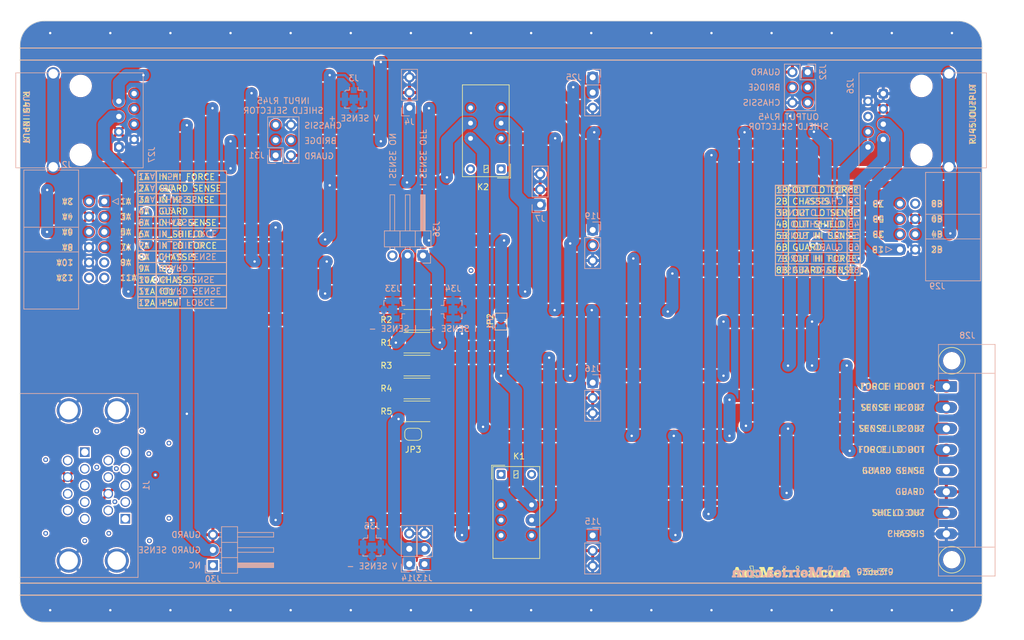
<source format=kicad_pcb>
(kicad_pcb (version 20221018) (generator pcbnew)
  (layers (0 "F.Cu" signal) (1 "In1.Cu" signal) (2 "In2.Cu" signal) (31 "B.Cu" signal) (34 "B.Paste" user) (35 "F.Paste" user) (36 "B.SilkS" user "B.Silkscreen") (37 "F.SilkS" user "F.Silkscreen") (38 "B.Mask" user) (39 "F.Mask" user) (44 "Edge.Cuts" user))
  (net 0 "")
  (net 1 "GNDPWR")
  (net 2 "/IO1")
  (net 3 "/IO2")
  (net 4 "/IO3")
  (net 5 "/IO4")
  (net 6 "/DB9-5")
  (net 7 "/DB9-6")
  (net 8 "+5V")
  (net 9 "/DB9-8")
  (net 10 "/DB9-9")
  (net 11 "/IN_HI_SENSE")
  (net 12 "/GUARD")
  (net 13 "/IN_LO_SENSE")
  (net 14 "/IN_HI_FORCE")
  (net 15 "/IN_LO_FORCE")
  (net 16 "/GUARD_SENSE")
  (net 17 "/OUT_HI_FORCE")
  (net 18 "/OUT_HI_SENSE")
  (net 19 "/OUT_LO_SENSE")
  (net 20 "/OUT_LO_FORCE")
  (net 21 "/OUT_SHIELD")
  (net 23 "/IN_SHIELD")
  (net 24 "Net-(J31-Pin_4)")
  (net 25 "Net-(JP1-A)")
  (net 26 "Net-(JP2-A)")
  (net 27 "Net-(J34-In)")
  (footprint "custom_footprints:site_small" (layer "F.Cu") (at 187.23 138.6)
    (fp_text reference "LOGO1" hide)
    (fp_text value "Logo_Open_Hardware_Small" hide)
  )
  (footprint "Resistor_SMD:R_2512_6332Metric_Pad1.40x3.35mm_HandSolder" (layer "F.Cu") (at 125 104.31)
    (fp_text reference "R3")
    (fp_text value "5R")
  )
  (footprint "Jumper:SolderJumper-2_P1.3mm_Open_TrianglePad1.0x1.5mm" (layer "F.Cu") (at 139 97 90)
    (fp_text reference "JP2")
    (fp_text value "Jumper_2_Open")
  )
  (footprint "custom_footprints:Relay_DPDT_Kemet_EC2" (layer "F.Cu") (at 139 71.6 180)
    (fp_text reference "K2")
    (fp_text value "EC2-5NU")
  )
  (footprint "custom_footprints:Relay_DPDT_Kemet_EC2" (layer "F.Cu") (at 139 122.4)
    (fp_text reference "K1")
    (fp_text value "EC2-5NU")
  )
  (footprint "Resistor_SMD:R_2512_6332Metric_Pad1.40x3.35mm_HandSolder" (layer "F.Cu") (at 125 111.93)
    (fp_text reference "R5")
    (fp_text value "5R")
  )
  (footprint "Resistor_SMD:R_2512_6332Metric_Pad1.40x3.35mm_HandSolder" (layer "F.Cu") (at 125 108.12)
    (fp_text reference "R4")
    (fp_text value "5R")
  )
  (footprint "Jumper:SolderJumper-2_P1.3mm_Open_RoundedPad1.0x1.5mm" (layer "F.Cu") (at 124.38 115.74)
    (fp_text reference "JP3")
    (fp_text value "Jumper_2_Open")
  )
  (footprint "Resistor_SMD:R_2512_6332Metric_Pad1.40x3.35mm_HandSolder" (layer "F.Cu") (at 125 100.5)
    (fp_text reference "R1")
    (fp_text value "5R")
  )
  (footprint "Resistor_SMD:R_2512_6332Metric_Pad1.40x3.35mm_HandSolder" (layer "F.Cu") (at 125 96.69)
    (fp_text reference "R2")
    (fp_text value "5R")
  )
  (footprint "Connector_PinHeader_2.54mm:PinHeader_2x03_P2.54mm_Vertical" (layer "B.Cu") (at 101.510009 69.345)
    (fp_text reference "J31")
    (fp_text value "Conn_02x03_Odd_Even")
  )
  (footprint "Connector_Coaxial:U.FL_Molex_MCRF_73412-0110_Vertical" (layer "B.Cu") (at 114.5 60)
    (fp_text reference "J3")
    (fp_text value "Conn_Coaxial")
  )
  (footprint "Connector_PinHeader_2.54mm:PinHeader_1x03_P2.54mm_Vertical" (layer "B.Cu") (at 154.24 132.56 180)
    (fp_text reference "J15")
    (fp_text value "Conn_Triaxial")
  )
  (footprint "Connector_PinHeader_2.54mm:PinHeader_1x03_P2.54mm_Vertical" (layer "B.Cu") (at 154.24 107.16 180)
    (fp_text reference "J16")
    (fp_text value "Conn_Triaxial")
  )
  (footprint "Connector_Coaxial:U.FL_Molex_MCRF_73412-0110_Vertical" (layer "B.Cu") (at 121 95 -90)
    (fp_text reference "J33")
    (fp_text value "Conn_Coaxial")
  )
  (footprint "custom_footprints:RJ45_WURTH_61500814221" (layer "B.Cu") (at 206 63.517)
    (fp_text reference "J26")
    (fp_text value "RJ45_Shielded")
  )
  (footprint "Jumper:SolderJumper-2_P1.3mm_Open_TrianglePad1.0x1.5mm" (layer "B.Cu") (at 139 97 -90)
    (fp_text reference "JP1")
    (fp_text value "Jumper_2_Open")
  )
  (footprint "Connector_PinHeader_2.54mm:PinHeader_1x03_P2.54mm_Vertical" (layer "B.Cu") (at 123.73 137.33)
    (fp_text reference "J14")
    (fp_text value "Conn_Triaxial")
  )
  (footprint "Connector_IDC:IDC-Header_2x06_P2.54mm_Horizontal" (layer "B.Cu") (at 73 77 180)
    (fp_text reference "J2")
    (fp_text value "Conn_02x06_Odd_Even")
  )
  (footprint "Connector_IDC:IDC-Header_2x04_P2.54mm_Horizontal" (layer "B.Cu") (at 205.35 85)
    (fp_text reference "J29")
    (fp_text value "Conn_02x04_Odd_Even")
  )
  (footprint "custom_footprints:site_small" (layer "B.Cu") (at 187.23 138.6 180)
    (fp_text reference "LOGO2" hide)
    (fp_text value "Logo_Open_Hardware_Small" hide)
  )
  (footprint "Connector_PinHeader_2.54mm:PinHeader_2x03_P2.54mm_Vertical" (layer "B.Cu") (at 190 55.5 180)
    (fp_text reference "J32")
    (fp_text value "Conn_02x03_Odd_Even")
  )
  (footprint "Connector_PinHeader_2.54mm:PinHeader_1x03_P2.54mm_Horizontal" (layer "B.Cu") (at 126 86 90)
    (fp_text reference "J36")
    (fp_text value "Conn_01x03")
  )
  (footprint "Connector_PinHeader_2.54mm:PinHeader_1x03_P2.54mm_Vertical" (layer "B.Cu") (at 145.5 77.54)
    (fp_text reference "J7")
    (fp_text value "Conn_Triaxial")
  )
  (footprint "Connector_Phoenix_MC:PhoenixContact_MC_1,5_8-GF-3.5_1x08_P3.50mm_Horizontal_ThreadedFlange_MountHole" (layer "B.Cu") (at 213.0675 107.805 -90)
    (fp_text reference "J28")
    (fp_text value "Conn_01x08")
  )
  (footprint "Connector_Coaxial:U.FL_Molex_MCRF_73412-0110_Vertical" (layer "B.Cu") (at 117.525 134.5)
    (fp_text reference "J35")
    (fp_text value "Conn_Coaxial")
  )
  (footprint "Connector_PinHeader_2.54mm:PinHeader_1x03_P2.54mm_Horizontal" (layer "B.Cu") (at 91.07 137.525)
    (fp_text reference "J30")
    (fp_text value "Conn_01x03")
  )
  (footprint "Connector_Coaxial:U.FL_Molex_MCRF_73412-0110_Vertical" (layer "B.Cu") (at 131 95 90)
    (fp_text reference "J34")
    (fp_text value "Conn_Coaxial")
  )
  (footprint "Connector_PinHeader_2.54mm:PinHeader_1x03_P2.54mm_Vertical" (layer "B.Cu") (at 154.24 81.76 180)
    (fp_text reference "J19")
    (fp_text value "Conn_Triaxial")
  )
  (footprint "Connector_PinHeader_2.54mm:PinHeader_1x03_P2.54mm_Vertical" (layer "B.Cu") (at 123.76 61.44)
    (fp_text reference "J4")
    (fp_text value "Conn_Triaxial")
  )
  (footprint "custom_footprints:DSUB-9_Male_Female_Vertical_Stack_P2.77x2.84mm_MountingHoles" (layer "B.Cu") (at 75.08 124.25 90)
    (fp_text reference "J1")
    (fp_text value "DB9_Male_Female_Stack_MountingHoles")
    (fp_line (start 15.29 -16.08) (end -15.29 -16.08) (stroke (width 0.12)) (layer "Edge.Cuts"))
  )
  (footprint "Connector_PinHeader_2.54mm:PinHeader_1x03_P2.54mm_Vertical" (layer "B.Cu") (at 154.24 56.36 180)
    (fp_text reference "J25")
    (fp_text value "Conn_Triaxial")
  )
  (footprint "custom_footprints:RJ45_WURTH_61500814221" (layer "B.Cu") (at 72 63.51192 180)
    (fp_text reference "J27")
    (fp_text value "RJ45_Shielded")
  )
  (footprint "Connector_PinHeader_2.54mm:PinHeader_1x03_P2.54mm_Vertical" (layer "B.Cu") (at 126.27 137.33)
    (fp_text reference "J13")
    (fp_text value "Conn_Triaxial")
  )
  (gr_line (start 219 140.5) (end 59 140.5) (stroke (width 0.15)) (layer "B.SilkS"))
  (gr_line (start 78.588 79.54) (end 93.32 79.54) (stroke (width 0.15)) (layer "B.SilkS"))
  (gr_line (start 93.32 85.255) (end 78.588 85.255) (stroke (width 0.15)) (layer "B.SilkS"))
  (gr_line (start 184.633 87.414) (end 198.73 87.414) (stroke (width 0.15)) (layer "B.SilkS"))
  (gr_line (start 184.633 83.604) (end 198.73 83.604) (stroke (width 0.15)) (layer "B.SilkS"))
  (gr_line (start 219 51.5) (end 59 51.5) (stroke (width 0.15)) (layer "B.SilkS"))
  (gr_rect (start 196.571 89.319) (end 198.73 74.333) (stroke (width 0.15)) (fill none) (layer "B.SilkS"))
  (gr_line (start 184.633 79.794) (end 198.73 79.794) (stroke (width 0.15)) (layer "B.SilkS"))
  (gr_rect (start 81.636 94.78) (end 93.32 71.92) (stroke (width 0.15)) (fill none) (layer "B.SilkS"))
  (gr_line (start 184.633 85.509) (end 198.73 85.509) (stroke (width 0.15)) (layer "B.SilkS"))
  (gr_line (start 59 53.5) (end 219 53.5) (stroke (width 0.15)) (layer "B.SilkS"))
  (gr_line (start 93.32 87.16) (end 78.588 87.16) (stroke (width 0.15)) (layer "B.SilkS"))
  (gr_line (start 93.32 73.825) (end 78.588 73.825) (stroke (width 0.15)) (layer "B.SilkS"))
  (gr_line (start 184.633 81.699) (end 198.73 81.699) (stroke (width 0.15)) (layer "B.SilkS"))
  (gr_line (start 78.588 75.73) (end 93.32 75.73) (stroke (width 0.15)) (layer "B.SilkS"))
  (gr_line (start 93.32 81.445) (end 78.588 81.445) (stroke (width 0.15)) (layer "B.SilkS"))
  (gr_line (start 59 142.5) (end 219 142.5) (stroke (width 0.15)) (layer "B.SilkS"))
  (gr_line (start 93.32 89.065) (end 78.588 89.065) (stroke (width 0.15)) (layer "B.SilkS"))
  (gr_line (start 184.633 77.889) (end 198.73 77.889) (stroke (width 0.15)) (layer "B.SilkS"))
  (gr_line (start 93.32 92.875) (end 78.588 92.875) (stroke (width 0.15)) (layer "B.SilkS"))
  (gr_line (start 184.633 75.984) (end 198.73 75.984) (stroke (width 0.15)) (layer "B.SilkS"))
  (gr_line (start 93.32 83.35) (end 78.588 83.35) (stroke (width 0.15)) (layer "B.SilkS"))
  (gr_line (start 93.32 77.635) (end 78.588 77.635) (stroke (width 0.15)) (layer "B.SilkS"))
  (gr_rect (start 78.588 94.78) (end 81.636 71.92) (stroke (width 0.15)) (fill none) (layer "B.SilkS"))
  (gr_line (start 93.32 90.97) (end 78.588 90.97) (stroke (width 0.15)) (layer "B.SilkS"))
  (gr_rect (start 184.633 89.319) (end 196.571 74.333) (stroke (width 0.15)) (fill none) (layer "B.SilkS"))
  (gr_line (start 78.588 83.35) (end 93.32 83.35) (stroke (width 0.15)) (layer "F.SilkS"))
  (gr_rect (start 78.588 94.78) (end 81.636 71.92) (stroke (width 0.15)) (fill none) (layer "F.SilkS"))
  (gr_line (start 78.588 75.73) (end 93.32 75.73) (stroke (width 0.15)) (layer "F.SilkS"))
  (gr_line (start 184.633 83.604) (end 198.73 83.604) (stroke (width 0.15)) (layer "F.SilkS"))
  (gr_line (start 184.633 87.414) (end 198.73 87.414) (stroke (width 0.15)) (layer "F.SilkS"))
  (gr_line (start 93.32 90.97) (end 78.588 90.97) (stroke (width 0.15)) (layer "F.SilkS"))
  (gr_rect (start 81.636 94.78) (end 93.32 71.92) (stroke (width 0.15)) (fill none) (layer "F.SilkS"))
  (gr_line (start 93.32 87.16) (end 78.588 87.16) (stroke (width 0.15)) (layer "F.SilkS"))
  (gr_line (start 219 51.5) (end 59 51.5) (stroke (width 0.15)) (layer "F.SilkS"))
  (gr_rect (start 184.633 89.319) (end 186.792 74.333) (stroke (width 0.15)) (fill none) (layer "F.SilkS"))
  (gr_rect (start 186.792 89.319) (end 198.73 74.333) (stroke (width 0.15)) (fill none) (layer "F.SilkS"))
  (gr_line (start 78.588 92.875) (end 93.32 92.875) (stroke (width 0.15)) (layer "F.SilkS"))
  (gr_line (start 184.633 75.984) (end 198.73 75.984) (stroke (width 0.15)) (layer "F.SilkS"))
  (gr_line (start 78.588 79.54) (end 93.32 79.54) (stroke (width 0.15)) (layer "F.SilkS"))
  (gr_line (start 59 142.5) (end 219 142.5) (stroke (width 0.15)) (layer "F.SilkS"))
  (gr_line (start 78.588 85.255) (end 93.32 85.255) (stroke (width 0.15)) (layer "F.SilkS"))
  (gr_line (start 59 53.5) (end 219 53.5) (stroke (width 0.15)) (layer "F.SilkS"))
  (gr_line (start 78.588 81.445) (end 93.32 81.445) (stroke (width 0.15)) (layer "F.SilkS"))
  (gr_line (start 184.633 79.794) (end 198.73 79.794) (stroke (width 0.15)) (layer "F.SilkS"))
  (gr_line (start 184.633 81.699) (end 198.73 81.699) (stroke (width 0.15)) (layer "F.SilkS"))
  (gr_line (start 184.633 85.509) (end 198.73 85.509) (stroke (width 0.15)) (layer "F.SilkS"))
  (gr_line (start 184.633 77.889) (end 198.73 77.889) (stroke (width 0.15)) (layer "F.SilkS"))
  (gr_line (start 219 140.5) (end 59 140.5) (stroke (width 0.15)) (layer "F.SilkS"))
  (gr_line (start 78.588 89.065) (end 93.32 89.065) (stroke (width 0.15)) (layer "F.SilkS"))
  (gr_line (start 78.588 73.825) (end 93.32 73.825) (stroke (width 0.15)) (layer "F.SilkS"))
  (gr_line (start 78.588 77.635) (end 93.32 77.635) (stroke (width 0.15)) (layer "F.SilkS"))
  (gr_line (start 215 47) (end 63 47) (stroke (width 0.1)) (layer "Edge.Cuts"))
  (gr_line (start 59 139.54) (end 59 143) (stroke (width 0.1)) (layer "Edge.Cuts"))
  (gr_line (start 219 143) (end 219 51) (stroke (width 0.1)) (layer "Edge.Cuts"))
  (gr_arc (start 59 51) (mid 60.171573 48.171573) (end 63 47) (stroke (width 0.1)) (layer "Edge.Cuts"))
  (gr_arc (start 215 47) (mid 217.828427 48.171573) (end 219 51) (stroke (width 0.1)) (layer "Edge.Cuts"))
  (gr_line (start 63 147) (end 215 147) (stroke (width 0.1)) (layer "Edge.Cuts"))
  (gr_line (start 59 51) (end 59 108.96) (stroke (width 0.1)) (layer "Edge.Cuts"))
  (gr_arc (start 63 147) (mid 60.171573 145.828427) (end 59 143) (stroke (width 0.1)) (layer "Edge.Cuts"))
  (gr_arc (start 219 143) (mid 217.828427 145.828427) (end 215 147) (stroke (width 0.1)) (layer "Edge.Cuts"))
  (gr_text "6A" (at 67.92 82.08) (layer "B.SilkS") (effects (font (size 1 1)) (justify left mirror)))
  (gr_text "SENSE HI OUT" (at 209.5675 111.305) (layer "B.SilkS") (effects (font (size 1 1)) (justify left mirror)))
  (gr_text "1A" (at 75.54 77 180) (layer "B.SilkS") (effects (font (size 1 1)) (justify left mirror)))
  (gr_text "RJ45 INPUT" (at 60 63 -90) (layer "B.SilkS") (effects (font (size 1 1)) (justify mirror)))
  (gr_text "3A  IN HI SENSE" (at 78.588 89.954 180) (layer "B.SilkS") (effects (font (size 1 1)) (justify left mirror)))
  (gr_text "7B" (at 202.81 77.38) (layer "B.SilkS") (effects (font (size 1 1)) (justify left mirror)))
  (gr_text "10A" (at 67.92 87.16) (layer "B.SilkS") (effects (font (size 1 1)) (justify left mirror)))
  (gr_text "9A" (at 75.54 87.16 180) (layer "B.SilkS") (effects (font (size 1 1)) (justify left mirror)))
  (gr_text "1A  IN HI FORCE" (at 78.588 93.764 180) (layer "B.SilkS") (effects (font (size 1 1)) (justify left mirror)))
  (gr_text "CHASSIS" (at 209.5675 132.305) (layer "B.SilkS") (effects (font (size 1 1)) (justify left mirror)))
  (gr_text "BRIDGE" (at 185.555 58.04) (layer "B.SilkS") (effects (font (size 1 1)) (justify left mirror)))
  (gr_text "BRIDGE" (at 106.18 66.93) (layer "B.SilkS") (effects (font (size 1 1)) (justify right mirror)))
  (gr_text "RJ45 OUTPUT" (at 217.467 62.5 90) (layer "B.SilkS") (effects (font (size 1 1)) (justify mirror)))
  (gr_text "V SENSE +" (at 114.5 63.175) (layer "B.SilkS") (effects (font (size 1 1)) (justify mirror)))
  (gr_text "2A" (at 67.92 77) (layer "B.SilkS") (effects (font (size 1 1)) (justify left mirror)))
  (gr_text "GUARD" (at 106.18 69.47) (layer "B.SilkS") (effects (font (size 1 1)) (justify right mirror)))
  (gr_text "6A  IN_SHIELD" (at 78.588 84.239 180) (layer "B.SilkS") (effects (font (size 1 1)) (justify left mirror)))
  (gr_text "10A CHASSIS" (at 78.588 76.619 180) (layer "B.SilkS") (effects (font (size 1 1)) (justify left mirror)))
  (gr_text "3B OUT LO SENSE" (at 198.73 78.905) (layer "B.SilkS") (effects (font (size 1 1)) (justify left mirror)))
  (gr_text "9A  IO2" (at 78.588 78.524 180) (layer "B.SilkS") (effects (font (size 1 1)) (justify left mirror)))
  (gr_text "6B GUARD" (at 198.73 84.62) (layer "B.SilkS") (effects (font (size 1 1)) (justify left mirror)))
  (gr_text "8A  CHASSIS" (at 78.588 80.429 180) (layer "B.SilkS") (effects (font (size 1 1)) (justify left mirror)))
  (gr_text "SENSE LO OUT" (at 209.5675 114.805) (layer "B.SilkS") (effects (font (size 1 1)) (justify left mirror)))
  (gr_text "4B" (at 210.43 82.46 180) (layer "B.SilkS") (effects (font (size 1 1)) (justify left mirror)))
  (gr_text "INPUT RJ45\nSHIELD SELECTOR" (at 102.780009 61.09) (layer "B.SilkS") (effects (font (size 1 1)) (justify mirror)))
  (gr_text "SHIELD OUT" (at 209.5675 128.805) (layer "B.SilkS") (effects (font (size 1 1)) (justify left mirror)))
  (gr_text "4A  GUARD" (at 78.588 88.049 180) (layer "B.SilkS") (effects (font (size 1 1)) (justify left mirror)))
  (gr_text "I SENSE ON" (at 120.92 74.57 270) (layer "B.SilkS") (effects (font (size 1 1)) (justify left mirror)))
  (gr_text "1B OUT LO FORCE" (at 198.73 75.095) (layer "B.SilkS") (effects (font (size 1 1)) (justify left mirror)))
  (gr_text "FORCE LO OUT" (at 209.5675 118.305) (layer "B.SilkS") (effects (font (size 1 1)) (justify left mirror)))
  (gr_text "CHASSIS" (at 185.555 60.58) (layer "B.SilkS") (effects (font (size 1 1)) (justify left mirror)))
  (gr_text "5B OUT HI SENSE" (at 198.73 82.715) (layer "B.SilkS") (effects (font (size 1 1)) (justify left mirror)))
  (gr_text "3A" (at 75.54 79.54 180) (layer "B.SilkS") (effects (font (size 1 1)) (justify left mirror)))
  (gr_text "3B" (at 202.81 82.46) (layer "B.SilkS") (effects (font (size 1 1)) (justify left mirror)))
  (gr_text "GUARD" (at 209.5675 125.305) (layer "B.SilkS") (effects (font (size 1 1)) (justify left mirror)))
  (gr_text "12A +5V" (at 78.588 72.809 180) (layer "B.SilkS") (effects (font (size 1 1)) (justify left mirror)))
  (gr_text "11A" (at 75.54 89.7 180) (layer "B.SilkS") (effects (font (size 1 1)) (justify left mirror)))
  (gr_text "OUTPUT RJ45\nSHIELD SELECTOR" (at 186.825 63.755) (layer "B.SilkS") (effects (font (size 1 1)) (justify mirror)))
  (gr_text "2B" (at 210.43 85 180) (layer "B.SilkS") (effects (font (size 1 1)) (justify left mirror)))
  (gr_text "7B OUT HI FORCE" (at 198.73 86.525) (layer "B.SilkS") (effects (font (size 1 1)) (justify left mirror)))
  (gr_text "6B" (at 210.43 79.92 180) (layer "B.SilkS") (effects (font (size 1 1)) (justify left mirror)))
  (gr_text "8A" (at 67.92 84.62) (layer "B.SilkS") (effects (font (size 1 1)) (justify left mirror)))
  (gr_text "GUARD" (at 185.555 55.5) (layer "B.SilkS") (effects (font (size 1 1)) (justify left mirror)))
  (gr_text "8B GUARD SENSE" (at 198.73 88.43) (layer "B.SilkS") (effects (font (size 1 1)) (justify left mirror)))
  (gr_text "1B" (at 202.73 85) (layer "B.SilkS") (effects (font (size 1 1)) (justify left mirror)))
  (gr_text "7A  IN LO FORCE" (at 78.588 82.334 180) (layer "B.SilkS") (effects (font (size 1 1)) (justify left mirror)))
  (gr_text "I SENSE OFF" (at 126 74.57 270) (layer "B.SilkS") (effects (font (size 1 1)) (justify left mirror)))
  (gr_text "CHASSIS" (at 106.18 64.39) (layer "B.SilkS") (effects (font (size 1 1)) (justify right mirror)))
  (gr_text "5A  IN LO SENSE" (at 78.588 86.144 180) (layer "B.SilkS") (effects (font (size 1 1)) (justify left mirror)))
  (gr_text "V SENSE -" (at 117.525 137.675) (layer "B.SilkS") (effects (font (size 1 1)) (justify mirror)))
  (gr_text "4B OUT SHIELD" (at 198.73 80.81) (layer "B.SilkS") (effects (font (size 1 1)) (justify left mirror)))
  (gr_text "NC" (at 89.165 137.54) (layer "B.SilkS") (effects (font (size 1 1)) (justify left mirror)))
  (gr_text "2B CHASSIS" (at 198.73 77) (layer "B.SilkS") (effects (font (size 1 1)) (justify left mirror)))
  (gr_text "GUARD SENSE" (at 89.165 135) (layer "B.SilkS") (effects (font (size 1 1)) (justify left mirror)))
  (gr_text "11A IO1" (at 78.588 74.714 180) (layer "B.SilkS") (effects (font (size 1 1)) (justify left mirror)))
  (gr_text "GUARD" (at 89.165 132.46) (layer "B.SilkS") (effects (font (size 1 1)) (justify left mirror)))
  (gr_text "4A" (at 67.92 79.54) (layer "B.SilkS") (effects (font (size 1 1)) (justify left mirror)))
  (gr_text "12A" (at 67.92 89.7) (layer "B.SilkS") (effects (font (size 1 1)) (justify left mirror)))
  (gr_text "8B" (at 210.43 77.38 180) (layer "B.SilkS") (effects (font (size 1 1)) (justify left mirror)))
  (gr_text "93de3f9" (at 201.2 138.6) (layer "B.SilkS") (effects (font (size 1 1)) (justify mirror)))
  (gr_text "5A" (at 75.54 82.08 180) (layer "B.SilkS") (effects (font (size 1 1)) (justify left mirror)))
  (gr_text "I SENSE +" (at 131 98.175) (layer "B.SilkS") (effects (font (size 1 1)) (justify mirror)))
  (gr_text "FORCE HI OUT" (at 209.5675 107.805) (layer "B.SilkS") (effects (font (size 1 1)) (justify left mirror)))
  (gr_text "I SENSE -" (at 121 98.175) (layer "B.SilkS") (effects (font (size 1 1)) (justify mirror)))
  (gr_text "2A  GUARD SENSE" (at 78.588 91.859 180) (layer "B.SilkS") (effects (font (size 1 1)) (justify left mirror)))
  (gr_text "5B" (at 202.81 79.92) (layer "B.SilkS") (effects (font (size 1 1)) (justify left mirror)))
  (gr_text "GUARD SENSE" (at 209.5675 121.805) (layer "B.SilkS") (effects (font (size 1 1)) (justify left mirror)))
  (gr_text "7A" (at 75.54 84.62 180) (layer "B.SilkS") (effects (font (size 1 1)) (justify left mirror)))
  (gr_text "6B GUARD" (at 184.633 84.62) (layer "F.SilkS") (effects (font (size 1 1)) (justify left)))
  (gr_text "CHASSIS" (at 209.5675 132.305) (layer "F.SilkS") (effects (font (size 1 1)) (justify right)))
  (gr_text "6A  IN_SHIELD" (at 78.588 82.461) (layer "F.SilkS") (effects (font (size 1 1)) (justify left)))
  (gr_text "7B OUT HI FORCE" (at 184.633 86.525) (layer "F.SilkS") (effects (font (size 1 1)) (justify left)))
  (gr_text "9A" (at 75.54 87.16) (layer "F.SilkS") (effects (font (size 1 1)) (justify left)))
  (gr_text "1B OUT LO FORCE" (at 184.633 75.095) (layer "F.SilkS") (effects (font (size 1 1)) (justify left)))
  (gr_text "2A" (at 67.92 77 180) (layer "F.SilkS") (effects (font (size 1 1)) (justify left)))
  (gr_text "11A IO1" (at 78.588 91.986) (layer "F.SilkS") (effects (font (size 1 1)) (justify left)))
  (gr_text "3B" (at 202.81 82.46 180) (layer "F.SilkS") (effects (font (size 1 1)) (justify left)))
  (gr_text "10A CHASSIS" (at 78.588 90.081) (layer "F.SilkS") (effects (font (size 1 1)) (justify left)))
  (gr_text "10A" (at 67.92 87.16 180) (layer "F.SilkS") (effects (font (size 1 1)) (justify left)))
  (gr_text "4A  GUARD" (at 78.588 78.651) (layer "F.SilkS") (effects (font (size 1 1)) (justify left)))
  (gr_text "12A +5V" (at 78.588 93.891) (layer "F.SilkS") (effects (font (size 1 1)) (justify left)))
  (gr_text "SHIELD OUT" (at 209.5675 128.805) (layer "F.SilkS") (effects (font (size 1 1)) (justify right)))
  (gr_text "GUARD" (at 209.5675 125.305) (layer "F.SilkS") (effects (font (size 1 1)) (justify right)))
  (gr_text "3B OUT LO SENSE" (at 184.633 78.905) (layer "F.SilkS") (effects (font (size 1 1)) (justify left)))
  (gr_text "RJ45 OUTPUT" (at 217.467 62.5 90) (layer "F.SilkS") (effects (font (size 1 1))))
  (gr_text "5A  IN LO SENSE" (at 78.588 80.556) (layer "F.SilkS") (effects (font (size 1 1)) (justify left)))
  (gr_text "8B GUARD SENSE" (at 184.633 88.43) (layer "F.SilkS") (effects (font (size 1 1)) (justify left)))
  (gr_text "8A  CHASSIS" (at 78.588 86.271) (layer "F.SilkS") (effects (font (size 1 1)) (justify left)))
  (gr_text "7A" (at 75.54 84.62) (layer "F.SilkS") (effects (font (size 1 1)) (justify left)))
  (gr_text "3A" (at 75.54 79.54) (layer "F.SilkS") (effects (font (size 1 1)) (justify left)))
  (gr_text "8A" (at 67.92 84.62 180) (layer "F.SilkS") (effects (font (size 1 1)) (justify left)))
  (gr_text "RJ45 INPUT" (at 60 63 270) (layer "F.SilkS") (effects (font (size 1 1))))
  (gr_text "SENSE LO OUT" (at 209.5675 114.805) (layer "F.SilkS") (effects (font (size 1 1)) (justify right)))
  (gr_text "8B" (at 210.43 77.38) (layer "F.SilkS") (effects (font (size 1 1)) (justify left)))
  (gr_text "1A  IN HI FORCE" (at 78.588 72.936) (layer "F.SilkS") (effects (font (size 1 1)) (justify left)))
  (gr_text "5B" (at 202.828054 79.92 180) (layer "F.SilkS") (effects (font (size 1 1)) (justify left)))
  (gr_text "5B OUT HI SENSE" (at 184.633 82.715) (layer "F.SilkS") (effects (font (size 1 1)) (justify left)))
  (gr_text "2B" (at 210.43 85) (layer "F.SilkS") (effects (font (size 1 1)) (justify left)))
  (gr_text "6B" (at 210.43 79.92) (layer "F.SilkS") (effects (font (size 1 1)) (justify left)))
  (gr_text "4B" (at 210.43 82.46) (layer "F.SilkS") (effects (font (size 1 1)) (justify left)))
  (gr_text "93de3f9" (at 201.2 138.65) (layer "F.SilkS") (effects (font (size 1 1))))
  (gr_text "6A" (at 67.92 82.08 180) (layer "F.SilkS") (effects (font (size 1 1)) (justify left)))
  (gr_text "7A  IN LO FORCE" (at 78.588 84.366) (layer "F.SilkS") (effects (font (size 1 1)) (justify left)))
  (gr_text "FORCE HI OUT" (at 209.5675 107.805) (layer "F.SilkS") (effects (font (size 1 1)) (justify right)))
  (gr_text "9A  IO2" (at 78.588 88.176) (layer "F.SilkS") (effects (font (size 1 1)) (justify left)))
  (gr_text "11A" (at 75.54 89.7) (layer "F.SilkS") (effects (font (size 1 1)) (justify left)))
  (gr_text "1B" (at 202.73 85 180) (layer "F.SilkS") (effects (font (size 1 1)) (justify left)))
  (gr_text "3A  IN HI SENSE" (at 78.588 76.746) (layer "F.SilkS") (effects (font (size 1 1)) (justify left)))
  (gr_text "4A" (at 67.92 79.54 180) (layer "F.SilkS") (effects (font (size 1 1)) (justify left)))
  (gr_text "4B OUT SHIELD" (at 184.633 80.81) (layer "F.SilkS") (effects (font (size 1 1)) (justify left)))
  (gr_text "SENSE HI OUT" (at 209.5675 111.305) (layer "F.SilkS") (effects (font (size 1 1)) (justify right)))
  (gr_text "GUARD SENSE" (at 209.5675 121.805) (layer "F.SilkS") (effects (font (size 1 1)) (justify right)))
  (gr_text "2B CHASSIS" (at 184.633 77) (layer "F.SilkS") (effects (font (size 1 1)) (justify left)))
  (gr_text "1A" (at 75.54 77) (layer "F.SilkS") (effects (font (size 1 1)) (justify left)))
  (gr_text "12A" (at 67.92 89.7 180) (layer "F.SilkS") (effects (font (size 1 1)) (justify left)))
  (gr_text "5A" (at 75.54 82.08) (layer "F.SilkS") (effects (font (size 1 1)) (justify left)))
  (gr_text "FORCE LO OUT" (at 209.5675 118.305) (layer "F.SilkS") (effects (font (size 1 1)) (justify right)))
  (gr_text "2A  GUARD SENSE" (at 78.588 74.841) (layer "F.SilkS") (effects (font (size 1 1)) (justify left)))
  (gr_text "7B" (at 202.81 77.38 180) (layer "F.SilkS") (effects (font (size 1 1)) (justify left)))
  (via (at 124 145) (size 0.8) (drill 0.4) (layers "F.Cu" "B.Cu") (net 1))
  (via (at 74 49) (size 0.8) (drill 0.4) (layers "F.Cu" "B.Cu") (net 1))
  (via (at 164 49) (size 0.8) (drill 0.4) (layers "F.Cu" "B.Cu") (net 1))
  (via (at 94 145) (size 0.8) (drill 0.4) (layers "F.Cu" "B.Cu") (net 1))
  (via (at 94 49) (size 0.8) (drill 0.4) (layers "F.Cu" "B.Cu") (net 1))
  (via (at 214 145) (size 0.8) (drill 0.4) (layers "F.Cu" "B.Cu") (net 1))
  (via (at 174 49) (size 0.8) (drill 0.4) (layers "F.Cu" "B.Cu") (net 1))
  (via (at 104 145) (size 0.8) (drill 0.4) (layers "F.Cu" "B.Cu") (net 1))
  (via (at 174 145) (size 0.8) (drill 0.4) (layers "F.Cu" "B.Cu") (net 1))
  (via (at 134 145) (size 0.8) (drill 0.4) (layers "F.Cu" "B.Cu") (net 1))
  (via (at 134 49) (size 0.8) (drill 0.4) (layers "F.Cu" "B.Cu") (net 1))
  (via (at 84 145) (size 0.8) (drill 0.4) (layers "F.Cu" "B.Cu") (net 1))
  (via (at 194 49) (size 0.8) (drill 0.4) (layers "F.Cu" "B.Cu") (net 1))
  (via (at 204 145) (size 0.8) (drill 0.4) (layers "F.Cu" "B.Cu") (net 1))
  (via (at 214 49) (size 0.8) (drill 0.4) (layers "F.Cu" "B.Cu") (net 1))
  (via (at 114 145) (size 0.8) (drill 0.4) (layers "F.Cu" "B.Cu") (net 1))
  (via (at 184 49) (size 0.8) (drill 0.4) (layers "F.Cu" "B.Cu") (net 1))
  (via (at 194 145) (size 0.8) (drill 0.4) (layers "F.Cu" "B.Cu") (net 1))
  (via (at 74 145) (size 0.8) (drill 0.4) (layers "F.Cu" "B.Cu") (net 1))
  (via (at 154 145) (size 0.8) (drill 0.4) (layers "F.Cu" "B.Cu") (net 1))
  (via (at 204 49) (size 0.8) (drill 0.4) (layers "F.Cu" "B.Cu") (net 1))
  (via (at 64 49) (size 0.8) (drill 0.4) (layers "F.Cu" "B.Cu") (net 1))
  (via (at 154 49) (size 0.8) (drill 0.4) (layers "F.Cu" "B.Cu") (net 1))
  (via (at 114 49) (size 0.8) (drill 0.4) (layers "F.Cu" "B.Cu") (net 1))
  (via (at 184 145) (size 0.8) (drill 0.4) (layers "F.Cu" "B.Cu") (net 1))
  (via (at 164 145) (size 0.8) (drill 0.4) (layers "F.Cu" "B.Cu") (net 1))
  (via (at 104 49) (size 0.8) (drill 0.4) (layers "F.Cu" "B.Cu") (net 1))
  (via (at 84 49) (size 0.8) (drill 0.4) (layers "F.Cu" "B.Cu") (net 1))
  (via (at 124 49) (size 0.8) (drill 0.4) (layers "F.Cu" "B.Cu") (net 1))
  (via (at 64 145) (size 0.8) (drill 0.4) (layers "F.Cu" "B.Cu") (net 1))
  (via (at 144 145) (size 0.8) (drill 0.4) (layers "F.Cu" "B.Cu") (net 1))
  (via (at 144 49) (size 0.8) (drill 0.4) (layers "F.Cu" "B.Cu") (net 1))
  (via (at 83.75 129.71) (size 0.8) (drill 0.4) (layers "F.Cu" "B.Cu") (net 2))
  (via (at 83.84 88.62) (size 0.8) (drill 0.4) (layers "F.Cu" "B.Cu") (net 2))
  (via (at 83.75 117.21) (size 0.8) (drill 0.4) (layers "F.Cu" "B.Cu") (net 2))
  (via (at 134 88.5) (size 0.8) (drill 0.4) (layers "F.Cu" "B.Cu") (net 2))
  (via (at 79.25 86.21) (size 0.8) (drill 0.4) (layers "F.Cu" "B.Cu") (net 3))
  (via (at 79.25 115.21) (size 0.8) (drill 0.4) (layers "F.Cu" "B.Cu") (net 3))
  (via (at 71.75 115.21) (size 0.8) (drill 0.4) (layers "F.Cu" "B.Cu") (net 3))
  (via (at 71.75 121.21) (size 0.8) (drill 0.4) (layers "F.Cu" "B.Cu") (net 3))
  (via (at 74.75 126.96) (size 0.8) (drill 0.4) (layers "F.Cu" "B.Cu") (net 5))
  (via (at 75 121.46) (size 0.8) (drill 0.4) (layers "F.Cu" "B.Cu") (net 5))
  (via (at 80.5 133.46) (size 0.8) (drill 0.4) (layers "F.Cu" "B.Cu") (net 6))
  (via (at 80.4105 118.96) (size 0.8) (drill 0.4) (layers "F.Cu" "B.Cu") (net 6))
  (via (at 69.75 133.46) (size 0.8) (drill 0.4) (layers "F.Cu" "B.Cu") (net 6))
  (via (at 63.25 132.21) (size 0.8) (drill 0.4) (layers "F.Cu" "B.Cu") (net 7))
  (via (at 63.25 119.96) (size 0.8) (drill 0.4) (layers "F.Cu" "B.Cu") (net 7))
  (via (at 73.75 132.21) (size 0.8) (drill 0.4) (layers "F.Cu" "B.Cu") (net 7))
  (via (at 81.5 122.5) (size 0.8) (drill 0.4) (layers "F.Cu" "B.Cu") (net 8))
  (via (at 81.5 90) (size 0.8) (drill 0.4) (layers "F.Cu" "B.Cu") (net 8))
  (segment (start 79.46 79.54) (end 73 79.54) (width 2) (layer "F.Cu") (net 11))
  (segment (start 123.35 73.85) (end 110.98 73.85) (width 2) (layer "F.Cu") (net 11))
  (segment (start 110.5 56) (end 79.5 56) (width 2) (layer "F.Cu") (net 11))
  (segment (start 110.98 73.85) (end 110.5 74.33) (width 2) (layer "F.Cu") (net 11))
  (segment (start 129.15 73.85) (end 130 73) (width 2) (layer "F.Cu") (net 11))
  (segment (start 80.81 84.81) (end 80 84) (width 2) (layer "F.Cu") (net 11))
  (segment (start 80 79) (end 79.46 79.54) (width 2) (layer "F.Cu") (net 11))
  (segment (start 109.73 83.33) (end 108.25 84.81) (width 2) (layer "F.Cu") (net 11))
  (segment (start 123.35 73.85) (end 129.15 73.85) (width 2) (layer "F.Cu") (net 11))
  (segment (start 108.25 84.81) (end 80.81 84.81) (width 2) (layer "F.Cu") (net 11))
  (via (at 80 84) (size 0.8) (drill 0.4) (layers "F.Cu" "B.Cu") (net 11))
  (via (at 110.5 56) (size 0.8) (drill 0.4) (layers "F.Cu" "B.Cu") (net 11))
  (via (at 110.5 74.33) (size 0.8) (drill 0.4) (layers "F.Cu" "B.Cu") (net 11))
  (via (at 130 73) (size 0.8) (drill 0.4) (layers "F.Cu" "B.Cu") (net 11))
  (via (at 80 79) (size 0.8) (drill 0.4) (layers "F.Cu" "B.Cu") (net 11))
  (via (at 79.5 56) (size 0.8) (drill 0.4) (layers "F.Cu" "B.Cu") (net 11))
  (via (at 109.73 83.33) (size 0.8) (drill 0.4) (layers "F.Cu" "B.Cu") (net 11))
  (via (at 123.35 73.85) (size 0.8) (drill 0.4) (layers "F.Cu" "B.Cu") (net 11))
  (segment (start 75.422 57.280205) (end 75.422 60.33692) (width 2) (layer "B.Cu") (net 11))
  (segment (start 110.5 82.56) (end 109.73 83.33) (width 2) (layer "B.Cu") (net 11))
  (segment (start 114.5 58.5) (end 114.5 57.5) (width 0.4) (layer "B.Cu") (net 11))
  (segment (start 114.5 57.5) (end 113 56) (width 0.4) (layer "B.Cu") (net 11))
  (segment (start 123.76 61.44) (end 123.76 73.44) (width 2) (layer "B.Cu") (net 11))
  (segment (start 130 73) (end 130 66.83934) (width 2) (layer "B.Cu") (net 11))
  (segment (start 80 79) (end 80 84) (width 2) (layer "B.Cu") (net 11))
  (segment (start 130 66.83934) (end 132.85934 63.98) (width 2) (layer "B.Cu") (net 11))
  (segment (start 110.5 74.33) (end 110.5 82.56) (width 2) (layer "B.Cu") (net 11))
  (segment (start 132.85934 63.98) (end 133.92 63.98) (width 2) (layer "B.Cu") (net 11))
  (segment (start 76.702205 56) (end 75.422 57.280205) (width 2) (layer "B.Cu") (net 11))
  (segment (start 113 56) (end 110.5 56) (width 0.4) (layer "B.Cu") (net 11))
  (segment (start 79.5 56) (end 76.702205 56) (width 2) (layer "B.Cu") (net 11))
  (segment (start 110.5 56) (end 110.5 74.33) (width 2) (layer "B.Cu") (net 11))
  (segment (start 123.76 73.44) (end 123.35 73.85) (width 2) (layer "B.Cu") (net 11))
  (segment (start 128.209996 130.02) (end 128.189996 130) (width 2) (layer "F.Cu") (net 13))
  (segment (start 128.189996 130) (end 128.81 130.620004) (width 2) (layer "F.Cu") (net 13))
  (segment (start 77.962 61.60692) (end 90.89308 61.60692) (width 2) (layer "F.Cu") (net 13))
  (segment (start 73 82.08) (end 73.27 81.81) (width 2) (layer "F.Cu") (net 13))
  (segment (start 127.869996 137.33) (end 126.27 137.33) (width 2) (layer "F.Cu") (net 13))
  (segment (start 90.89308 61.60692) (end 91 61.5) (width 2) (layer "F.Cu") (net 13))
  (segment (start 73.27 81.81) (end 90.73 81.81) (width 2) (layer "F.Cu") (net 13))
  (segment (start 90.73 81.81) (end 101.02 81.81) (width 2) (layer "F.Cu") (net 13))
  (segment (start 117.38 130) (end 128.189996 130) (width 2) (layer "F.Cu") (net 13))
  (segment (start 101.5 130) (end 117.38 130) (width 2) (layer "F.Cu") (net 13))
  (segment (start 128.81 130.620004) (end 128.81 136.389996) (width 2) (layer "F.Cu") (net 13))
  (segment (start 101.02 81.81) (end 101.5 81.33) (width 2) (layer "F.Cu") (net 13))
  (segment (start 139 130.02) (end 128.209996 130.02) (width 2) (layer "F.Cu") (net 13))
  (segment (start 128.81 136.389996) (end 127.869996 137.33) (width 2) (layer "F.Cu") (net 13))
  (via (at 90.73 81.81) (size 0.8) (drill 0.4) (layers "F.Cu" "B.Cu") (net 13))
  (via (at 101.5 81.33) (size 0.8) (drill 0.4) (layers "F.Cu" "B.Cu") (net 13))
  (via (at 101.5 130) (size 0.8) (drill 0.4) (layers "F.Cu" "B.Cu") (net 13))
  (via (at 117.38 130) (size 0.8) (drill 0.4) (layers "F.Cu" "B.Cu") (net 13))
  (via (at 91 61.5) (size 0.8) (drill 0.4) (layers "F.Cu" "B.Cu") (net 13))
  (segment (start 117.525 130.145) (end 117.38 130) (width 1) (layer "B.Cu") (net 13))
  (segment (start 91 81.54) (end 90.73 81.81) (width 2) (layer "B.Cu") (net 13))
  (segment (start 101.5 130) (end 101.5 81.33) (width 2) (layer "B.Cu") (net 13))
  (segment (start 117.525 133) (end 117.525 130.145) (width 1) (layer "B.Cu") (net 13))
  (segment (start 91 61.5) (end 91 81.54) (width 2) (layer "B.Cu") (net 13))
  (segment (start 83 76) (end 79.08 76) (width 2) (layer "F.Cu") (net 14))
  (segment (start 98 87) (end 110 87) (width 2) (layer "F.Cu") (net 14))
  (segment (start 79.08 76) (end 78.08 77) (width 2) (layer "F.Cu") (net 14))
  (segment (start 78.08 77) (end 73 77) (width 2) (layer "F.Cu") (net 14))
  (segment (start 83 87) (end 98 87) (width 2) (layer "F.Cu") (net 14))
  (segment (start 77.962 59.06692) (end 97.43308 59.06692) (width 2) (layer "F.Cu") (net 14))
  (segment (start 110.06 92) (end 109.73 92.33) (width 2) (layer "F.Cu") (net 14))
  (segment (start 97.43308 59.06692) (end 97.5 59) (width 2) (layer "F.Cu") (net 14))
  (segment (start 143 92) (end 110.06 92) (width 2) (layer "F.Cu") (net 14))
  (via (at 110 87) (size 0.8) (drill 0.4) (layers "F.Cu" "B.Cu") (net 14))
  (via (at 109.73 92.33) (size 0.8) (drill 0.4) (layers "F.Cu" "B.Cu") (net 14))
  (via (at 98 87) (size 0.8) (drill 0.4) (layers "F.Cu" "B.Cu") (net 14))
  (via (at 83 76) (size 0.8) (drill 0.4) (layers "F.Cu" "B.Cu") (net 14))
  (via (at 97.5 59) (size 0.8) (drill 0.4) (layers "F.Cu" "B.Cu") (net 14))
  (via (at 83 87) (size 0.8) (drill 0.4) (layers "F.Cu" "B.Cu") (net 14))
  (via (at 143 92) (size 0.8) (drill 0.4) (layers "F.Cu" "B.Cu") (net 14))
  (segment (start 109.73 92.33) (end 109.73 87.27) (width 2) (layer "B.Cu") (net 14))
  (segment (start 141.51 76.01) (end 141.51 65.42934) (width 2) (layer "B.Cu") (net 14))
  (segment (start 140.06066 63.98) (end 139 63.98) (width 2) (layer "B.Cu") (net 14))
  (segment (start 97.5 86.5) (end 98 87) (width 2) (layer "B.Cu") (net 14))
  (segment (start 141.51 65.42934) (end 140.06066 63.98) (width 2) (layer "B.Cu") (net 14))
  (segment (start 143.04 77.54) (end 143 77.5) (width 2) (layer "B.Cu") (net 14))
  (segment (start 97.5 59) (end 97.5 86.5) (width 2) (layer "B.Cu") (net 14))
  (segment (start 145.5 77.54) (end 143.04 77.54) (width 2) (layer "B.Cu") (net 14))
  (segment (start 143 92) (end 143 77.5) (width 2) (layer "B.Cu") (net 14))
  (segment (start 83 76) (end 83 87) (width 2) (layer "B.Cu") (net 14))
  (segment (start 109.73 87.27) (end 110 87) (width 2) (layer "B.Cu") (net 14))
  (segment (start 143 77.5) (end 141.51 76.01) (width 2) (layer "B.Cu") (net 14))
  (segment (start 121.95 113.2) (end 121.95 115.23) (width 2) (layer "F.Cu") (net 15))
  (segment (start 121.95 115.23) (end 122.46 115.74) (width 2) (layer "F.Cu") (net 15))
  (segment (start 121.95 111.93) (end 121.95 113.2) (width 2) (layer "F.Cu") (net 15))
  (segment (start 86.375 92) (end 91.065 96.69) (width 2) (layer "F.Cu") (net 15))
  (segment (start 122.46 115.74) (end 123.235142 115.74) (width 2) (layer "F.Cu") (net 15))
  (segment (start 121.95 104.31) (end 121.95 111.93) (width 2) (layer "F.Cu") (net 15))
  (segment (start 91.065 96.69) (end 121.95 96.69) (width 2) (layer "F.Cu") (net 15))
  (segment (start 73 84.62) (end 77 84.62) (width 2) (layer "F.Cu") (net 15))
  (segment (start 121.95 104.31) (end 121.95 96.69) (width 2) (layer "F.Cu") (net 15))
  (segment (start 77 92) (end 86.375 92) (width 2) (layer "F.Cu") (net 15))
  (via (at 77 92) (size 0.8) (drill 0.4) (layers "F.Cu" "B.Cu") (net 15))
  (via (at 121.5 100.5) (size 0.8) (drill 0.4) (layers "F.Cu" "B.Cu") (net 15))
  (via (at 77 84.62) (size 0.8) (drill 0.4) (layers "F.Cu" "B.Cu") (net 15))
  (via (at 121.95 113.2) (size 0.8) (drill 0.4) (layers "F.Cu" "B.Cu") (net 15))
  (segment (start 123.73 137.33) (end 123.73 134.79) (width 2) (layer "B.Cu") (net 15))
  (segment (start 121.19 113.96) (end 121.95 113.2) (width 2) (layer "B.Cu") (net 15))
  (segment (start 74.29063 62.87692) (end 75.422 62.87692) (width 2) (layer "B.Cu") (net 15))
  (segment (start 123.46 95) (end 123.46 86) (width 2) (layer "B.Cu") (net 15))
  (segment (start 123.73 134.79) (end 126.27 134.79) (width 2) (layer "B.Cu") (net 15))
  (segment (start 123.73 134.79) (end 122.527919 134.79) (width 2) (layer "B.Cu") (net 15))
  (segment (start 72.93 64.23755) (end 74.29063 62.87692) (width 2) (layer "B.Cu") (net 15))
  (segment (start 121.19 133.452081) (end 121.19 113.96) (width 2) (layer "B.Cu") (net 15))
  (segment (start 77 84.62) (end 77 72.90137) (width 2) (layer "B.Cu") (net 15))
  (segment (start 123.745 134.775) (end 123.73 134.79) (width 2) (layer "B.Cu") (net 15))
  (segment (start 77 84.62) (end 77 92) (width 2) (layer "B.Cu") (net 15))
  (segment (start 122.527919 134.79) (end 121.19 133.452081) (width 2) (layer "B.Cu") (net 15))
  (segment (start 72.93 68.83137) (end 72.93 64.23755) (width 2) (layer "B.Cu") (net 15))
  (segment (start 121.5 100.5) (end 123.46 98.54) (width 2) (layer "B.Cu") (net 15))
  (segment (start 77 72.90137) (end 72.93 68.83137) (width 2) (layer "B.Cu") (net 15))
  (segment (start 123.46 98.54) (end 123.46 95) (width 2) (layer "B.Cu") (net 15))
  (segment (start 78.14508 64.33) (end 77.962 64.14692) (width 2) (layer "F.Cu") (net 16))
  (segment (start 86.73 64.33) (end 78.14508 64.33) (width 2) (layer "F.Cu") (net 16))
  (segment (start 77.172872 74.81) (end 78.292872 73.69) (width 2) (layer "F.Cu") (net 16))
  (segment (start 71.447919 74.81) (end 77.172872 74.81) (width 2) (layer "F.Cu") (net 16))
  (segment (start 78.292872 73.69) (end 86.73 73.69) (width 2) (layer "F.Cu") (net 16))
  (segment (start 70.46 77) (end 70.46 75.797919) (width 2) (layer "F.Cu") (net 16))
  (segment (start 70.46 75.797919) (end 71.447919 74.81) (width 2) (layer "F.Cu") (net 16))
  (via (at 187.0675 62.805) (size 0.8) (drill 0.4) (layers "F.Cu" "B.Cu") (net 16))
  (via (at 86.73 73.69) (size 0.8) (drill 0.4) (layers "F.Cu" "B.Cu") (net 16))
  (via (at 186.73 104.33) (size 0.8) (drill 0.4) (layers "F.Cu" "B.Cu") (net 16))
  (via (at 187.0675 74.33) (size 0.8) (drill 0.4) (layers "F.Cu" "B.Cu") (net 16))
  (via (at 86.73 64.33) (size 0.8) (drill 0.4) (layers "F.Cu" "B.Cu") (net 16))
  (via (at 86.73 112.33) (size 0.8) (drill 0.4) (layers "F.Cu" "B.Cu") (net 16))
  (segment (start 187.0675 74.33) (end 187.0675 103.9925) (width 2) (layer "B.Cu") (net 16))
  (segment (start 86.73 112.33) (end 86.73 64.33) (width 2) (layer "B.Cu") (net 16))
  (segment (start 187.0675 103.9925) (end 186.73 104.33) (width 2) (layer "B.Cu") (net 16))
  (segment (start 187.0675 62.805) (end 187.0675 74.33) (width 2) (layer "B.Cu") (net 16))
  (segment (start 89.867919 134.985) (end 86.73 131.847081) (width 2) (layer "B.Cu") (net 16))
  (segment (start 86.73 131.847081) (end 86.73 112.33) (width 2) (layer "B.Cu") (net 16))
  (segment (start 91.07 134.985) (end 89.867919 134.985) (width 2) (layer "B.Cu") (net 16))
  (segment (start 166.49 95.09) (end 166.73 95.33) (width 2) (layer "F.Cu") (net 17))
  (segment (start 147.98 66.52) (end 148 66.5) (width 2) (layer "F.Cu") (net 17))
  (segment (start 140 95.275) (end 139.74 95.535) (width 2) (layer "F.Cu") (net 17))
  (segment (start 154.09 95.09) (end 166.49 95.09) (width 2) (layer "F.Cu") (net 17))
  (segment (start 196 76) (end 203.97 76) (width 2) (layer "F.Cu") (net 17))
  (segment (start 196 89) (end 199 89) (width 2) (layer "F.Cu") (net 17))
  (segment (start 195.5 88.5) (end 196 89) (width 2) (layer "F.Cu") (net 17))
  (segment (start 139 66.52) (end 147.98 66.52) (width 2) (layer "F.Cu") (net 17))
  (segment (start 139.74 95.535) (end 139 95.535) (width 2) (layer "F.Cu") (net 17))
  (segment (start 199.5 107.5) (end 212.7625 107.5) (width 2) (layer "F.Cu") (net 17))
  (segment (start 147.91 95.09) (end 140 95.09) (width 2) (layer "F.Cu") (net 17))
  (segment (start 203.97 76) (end 205.35 77.38) (width 2) (layer "F.Cu") (net 17))
  (segment (start 212.7625 107.5) (end 213.0675 107.805) (width 2) (layer "F.Cu") (net 17))
  (segment (start 154.09 95.09) (end 147.91 95.09) (width 2) (layer "F.Cu") (net 17))
  (segment (start 168 88.5) (end 195.5 88.5) (width 2) (layer "F.Cu") (net 17))
  (segment (start 140 95.09) (end 140 95.275) (width 2) (layer "F.Cu") (net 17))
  (segment (start 167.5 89) (end 168 88.5) (width 2) (layer "F.Cu") (net 17))
  (via (at 154.09 95.09) (size 0.8) (drill 0.4) (layers "F.Cu" "B.Cu") (net 17))
  (via (at 148 66.5) (size 0.8) (drill 0.4) (layers "F.Cu" "B.Cu") (net 17))
  (via (at 199.5 107.5) (size 0.8) (drill 0.4) (layers "F.Cu" "B.Cu") (net 17))
  (via (at 199 89) (size 0.8) (drill 0.4) (layers "F.Cu" "B.Cu") (net 17))
  (via (at 167.5 89) (size 0.8) (drill 0.4) (layers "F.Cu" "B.Cu") (net 17))
  (via (at 166.73 95.33) (size 0.8) (drill 0.4) (layers "F.Cu" "B.Cu") (net 17))
  (via (at 196 76) (size 0.8) (drill 0.4) (layers "F.Cu" "B.Cu") (net 17))
  (via (at 196 89) (size 0.8) (drill 0.4) (layers "F.Cu" "B.Cu") (net 17))
  (via (at 147.91 95.09) (size 0.8) (drill 0.4) (layers "F.Cu" "B.Cu") (net 17))
  (segment (start 167.5 94.56) (end 166.73 95.33) (width 2) (layer "B.Cu") (net 17))
  (segment (start 154.24 107.16) (end 154.24 95.24) (width 2) (layer "B.Cu") (net 17))
  (segment (start 148 95) (end 147.91 95.09) (width 2) (layer "B.Cu") (net 17))
  (segment (start 199 89) (end 199 107) (width 2) (layer "B.Cu") (net 17))
  (segment (start 148 66.5) (end 148 95) (width 2) (layer "B.Cu") (net 17))
  (segment (start 154.24 95.24) (end 154.09 95.09) (width 2) (layer "B.Cu") (net 17))
  (segment (start 196 76) (end 196 72) (width 2) (layer "B.Cu") (net 17))
  (segment (start 167.5 89) (end 167.5 94.56) (width 2) (layer "B.Cu") (net 17))
  (segment (start 196 72) (end 200.038 67.962) (width 2) (layer "B.Cu") (net 17))
  (segment (start 199 107) (end 199.5 107.5) (width 2) (layer "B.Cu") (net 17))
  (segment (start 196 76) (end 196 89) (width 2) (layer "B.Cu") (net 17))
  (segment (start 204.08 79.92) (end 202.66 78.5) (width 2) (layer "F.Cu") (net 18))
  (segment (start 154.24 132.56) (end 144.08 132.56) (width 2) (layer "F.Cu") (net 18))
  (segment (start 191.89 109.39) (end 193.5 111) (width 2) (layer "F.Cu") (net 18))
  (segment (start 198.5 86.5) (end 198.31 86.31) (width 2) (layer "F.Cu") (net 18))
  (segment (start 160.73 116) (end 137.5 116) (width 2) (layer "F.Cu") (net 18))
  (segment (start 167.73 116) (end 160.73 116) (width 2) (layer "F.Cu") (net 18))
  (segment (start 154.24 132.56) (end 167.94 132.56) (width 2) (layer "F.Cu") (net 18))
  (segment (start 198.31 86.31) (end 161.19 86.31) (width 2) (layer "F.Cu") (net 18))
  (segment (start 177 110) (end 177.61 109.39) (width 2) (layer "F.Cu") (net 18))
  (segment (start 212.7625 111) (end 213.0675 111.305) (width 2) (layer "F.Cu") (net 18))
  (segment (start 205.35 79.92) (end 204.08 79.92) (width 2) (layer "F.Cu") (net 18))
  (segment (start 193.5 111) (end 212.7625 111) (width 2) (layer "F.Cu") (net 18))
  (segment (start 161.19 86.31) (end 161 86.5) (width 2) (layer "F.Cu") (net 18))
  (segment (start 202.66 78.5) (end 198.5 78.5) (width 2) (layer "F.Cu") (net 18))
  (segment (start 137.5 116) (end 136 114.5) (width 2) (layer "F.Cu") (net 18))
  (segment (start 177.61 109.39) (end 191.89 109.39) (width 2) (layer "F.Cu") (net 18))
  (segment (start 177 116) (end 167.73 116) (width 2) (layer "F.Cu") (net 18))
  (segment (start 167.94 132.56) (end 168 132.5) (width 2) (layer "F.Cu") (net 18))
  (via (at 177 116) (size 0.8) (drill 0.4) (layers "F.Cu" "B.Cu") (net 18))
  (via (at 167.73 116) (size 0.8) (drill 0.4) (layers "F.Cu" "B.Cu") (net 18))
  (via (at 168 132.5) (size 0.8) (drill 0.4) (layers "F.Cu" "B.Cu") (net 18))
  (via (at 136 114.5) (size 0.8) (drill 0.4) (layers "F.Cu" "B.Cu") (net 18))
  (via (at 198.5 86.5) (size 0.8) (drill 0.4) (layers "F.Cu" "B.Cu") (net 18))
  (via (at 177 110) (size 0.8) (drill 0.4) (layers "F.Cu" "B.Cu") (net 18))
  (via (at 198.5 78.5) (size 0.8) (drill 0.4) (layers "F.Cu" "B.Cu") (net 18))
  (via (at 161 86.5) (size 0.8) (drill 0.4) (layers "F.Cu" "B.Cu") (net 18))
  (via (at 160.73 116) (size 0.8) (drill 0.4) (layers "F.Cu" "B.Cu") (net 18))
  (segment (start 177 116) (end 177 110) (width 2) (layer "B.Cu") (net 18))
  (segment (start 168 116.27) (end 167.73 116) (width 2) (layer "B.Cu") (net 18))
  (segment (start 136 68.6) (end 133.92 66.52) (width 2) (layer "B.Cu") (net 18))
  (segment (start 136 114.5) (end 136 68.6) (width 2) (layer "B.Cu") (net 18))
  (segment (start 161 115.73) (end 160.73 116) (width 2) (layer "B.Cu") (net 18))
  (segment (start 198.5 78.5) (end 198.5 73.99) (width 2) (layer "B.Cu") (net 18))
  (segment (start 168 132.5) (end 168 116.27) (width 2) (layer "B.Cu") (net 18))
  (segment (start 198.5 73.99) (end 202.578 69.912) (width 2) (layer "B.Cu") (net 18))
  (segment (start 202.578 69.912) (end 202.578 66.692) (width 2) (layer "B.Cu") (net 18))
  (segment (start 198.5 78.5) (end 198.5 86.5) (width 2) (layer "B.Cu") (net 18))
  (segment (start 161 86.5) (end 161 115.73) (width 2) (layer "B.Cu") (net 18))
  (segment (start 153.22 65.5) (end 154.5 65.5) (width 2) (layer "F.Cu") (net 19))
  (segment (start 180.205 114.805) (end 179.73 114.33) (width 2) (layer "F.Cu") (net 19))
  (segment (start 139 127.48) (end 140.94 125.54) (width 2) (layer "F.Cu") (net 19))
  (segment (start 179.578 65.422) (end 191.04 65.422) (width 2) (layer "F.Cu") (net 19))
  (segment (start 140.94 125.54) (end 186.46 125.54) (width 2) (layer "F.Cu") (net 19))
  (segment (start 139 61.44) (end 149.16 61.44) (width 2) (layer "F.Cu") (net 19))
  (segment (start 149.16 61.44) (end 153.22 65.5) (width 2) (layer "F.Cu") (net 19))
  (segment (start 154.5 65.5) (end 179.5 65.5) (width 2) (layer "F.Cu") (net 19))
  (segment (start 205.35 82.46) (end 202.81 82.46) (width 2) (layer "F.Cu") (net 19))
  (segment (start 179.5 65.5) (end 179.578 65.422) (width 2) (layer "F.Cu") (net 19))
  (segment (start 213.0675 114.805) (end 186.73 114.805) (width 2) (layer "F.Cu") (net 19))
  (segment (start 191.04 65.422) (end 200.038 65.422) (width 2) (layer "F.Cu") (net 19))
  (segment (start 202.81 82.46) (end 201.35 81) (width 2) (layer "F.Cu") (net 19))
  (segment (start 186.46 125.54) (end 186.5 125.5) (width 2) (layer "F.Cu") (net 19))
  (segment (start 201.35 81) (end 193 81) (width 2) (layer "F.Cu") (net 19))
  (segment (start 186.73 114.805) (end 180.205 114.805) (width 2) (layer "F.Cu") (net 19))
  (via (at 179.5 65.5) (size 0.8) (drill 0.4) (layers "F.Cu" "B.Cu") (net 19))
  (via (at 186.5 125.5) (size 0.8) (drill 0.4) (layers "F.Cu" "B.Cu") (net 19))
  (via (at 179.73 114.33) (size 0.8) (drill 0.4) (layers "F.Cu" "B.Cu") (net 19))
  (via (at 154.5 65.5) (size 0.8) (drill 0.4) (layers "F.Cu" "B.Cu") (net 19))
  (via (at 193 81) (size 0.8) (drill 0.4) (layers "F.Cu" "B.Cu") (net 19))
  (via (at 191.04 65.422) (size 0.8) (drill 0.4) (layers "F.Cu" "B.Cu") (net 19))
  (via (at 186.73 114.805) (size 0.8) (drill 0.4) (layers "F.Cu" "B.Cu") (net 19))
  (segment (start 154.24 81.76) (end 154.24 65.76) (width 2) (layer "B.Cu") (net 19))
  (segment (start 193 67.382) (end 191.04 65.422) (width 2) (layer "B.Cu") (net 19))
  (segment (start 186.5 115.035) (end 186.73 114.805) (width 2) (layer "B.Cu") (net 19))
  (segment (start 179.73 114.33) (end 179.73 65.73) (width 2) (layer "B.Cu") (net 19))
  (segment (start 154.24 65.76) (end 154.5 65.5) (width 2) (layer "B.Cu") (net 19))
  (segment (start 179.73 65.73) (end 179.5 65.5) (width 2) (layer "B.Cu") (net 19))
  (segment (start 193 81) (end 193 67.382) (width 2) (layer "B.Cu") (net 19))
  (segment (start 186.5 125.5) (end 186.5 115.035) (width 2) (layer "B.Cu") (net 19))
  (segment (start 197 118.5) (end 212.8725 118.5) (width 2) (layer "F.Cu") (net 20))
  (segment (start 150.5 106) (end 139 106) (width 2) (layer "F.Cu") (net 20))
  (segment (start 200.905 85) (end 205.35 85) (width 2) (layer "F.Cu") (net 20))
  (segment (start 191.5 84) (end 199.905 84) (width 2) (layer "F.Cu") (net 20))
  (segment (start 199.905 84) (end 200.905 85) (width 2) (layer "F.Cu") (net 20))
  (segment (start 152.2 106) (end 150.5 106) (width 2) (layer "F.Cu") (net 20))
  (segment (start 151 58) (end 151.9 58.9) (width 2) (layer "F.Cu") (net 20))
  (segment (start 151.9 58.9) (end 154.24 58.9) (width 2) (layer "F.Cu") (net 20))
  (segment (start 212.8725 118.5) (end 213.0675 118.305) (width 2) (layer "F.Cu") (net 20))
  (segment (start 154.24 84.3) (end 150.8 84.3) (width 2) (layer "F.Cu") (net 20))
  (segment (start 176 97) (end 190.725 97) (width 2) (layer "F.Cu") (net 20))
  (segment (start 156.28 105.12) (end 152.2 105.12) (width 2) (layer "F.Cu") (net 20))
  (segment (start 150.8 84.3) (end 150.5 84) (width 2) (layer "F.Cu") (net 20))
  (segment (start 156.28 106) (end 156.28 105.12) (width 2) (layer "F.Cu") (net 20))
  (segment (start 152.2 105.12) (end 152.2 106) (width 2) (layer "F.Cu") (net 20))
  (segment (start 176 106) (end 156.28 106) (width 2) (layer "F.Cu") (net 20))
  (segment (start 190.725 104.31) (end 196.5 104.31) (width 2) (layer "F.Cu") (net 20))
  (via (at 190.725 97) (size 0.8) (drill 0.4) (layers "F.Cu" "B.Cu") (net 20))
  (via (at 196.5 104.31) (size 0.8) (drill 0.4) (layers "F.Cu" "B.Cu") (net 20))
  (via (at 191.5 84) (size 0.8) (drill 0.4) (layers "F.Cu" "B.Cu") (net 20))
  (via (at 151 58) (size 0.8) (drill 0.4) (layers "F.Cu" "B.Cu") (net 20))
  (via (at 197 118.5) (size 0.8) (drill 0.4) (layers "F.Cu" "B.Cu") (net 20))
  (via (at 150.5 84) (size 0.8) (drill 0.4) (layers "F.Cu" "B.Cu") (net 20))
  (via (at 190.725 104.31) (size 0.8) (drill 0.4) (layers "F.Cu" "B.Cu") (net 20))
  (via (at 176 97) (size 0.8) (drill 0.4) (layers "F.Cu" "B.Cu") (net 20))
  (via (at 150.5 106) (size 0.8) (drill 0.4) (layers "F.Cu" "B.Cu") (net 20))
  (via (at 139 106) (size 0.8) (drill 0.4) (layers "F.Cu" "B.Cu") (net 20))
  (via (at 176 106) (size 0.8) (drill 0.4) (layers "F.Cu" "B.Cu") (net 20))
  (segment (start 139 106) (end 141.5 108.5) (width 2) (layer "B.Cu") (net 20))
  (segment (start 190.725 104.31) (end 190.725 97) (width 2) (layer "B.Cu") (net 20))
  (segment (start 150.5 84) (end 150.5 106) (width 2) (layer "B.Cu") (net 20))
  (segment (start 139 106) (end 139 98.465) (width 2) (layer "B.Cu") (net 20))
  (segment (start 151 58) (end 151 83.5) (width 2) (layer "B.Cu") (net 20))
  (segment (start 202.4 85) (end 200.69 83.29) (width 2) (layer "B.Cu") (net 20))
  (segment (start 141.5 124.9) (end 144.08 127.48) (width 2) (layer "B.Cu") (net 20))
  (segment (start 200.69 74.897128) (end 204.768 70.819128) (width 2) (layer "B.Cu") (net 20))
  (segment (start 204.768 65.784872) (end 203.135128 64.152) (width 2) (layer "B.Cu") (net 20))
  (segment (start 205.35 85) (end 202.4 85) (width 2) (layer "B.Cu") (net 20))
  (segment (start 141.5 108.5) (end 141.5 124.9) (width 2) (layer "B.Cu") (net 20))
  (segment (start 191.5 96.225) (end 190.725 97) (width 2) (layer "B.Cu") (net 20))
  (segment (start 196.5 118) (end 197 118.5) (width 2) (layer "B.Cu") (net 20))
  (segment (start 139 97.725) (end 139 98) (width 0.5) (layer "B.Cu") (net 20))
  (segment (start 203.135128 64.152) (end 202.578 64.152) (width 2) (layer "B.Cu") (net 20))
  (segment (start 196.5 104.31) (end 196.5 118) (width 2) (layer "B.Cu") (net 20))
  (segment (start 151 83.5) (end 150.5 84) (width 2) (layer "B.Cu") (net 20))
  (segment (start 176 97) (end 176 106) (width 2) (layer "B.Cu") (net 20))
  (segment (start 204.768 70.819128) (end 204.768 65.784872) (width 2) (layer "B.Cu") (net 20))
  (segment (start 191.5 84) (end 191.5 96.225) (width 2) (layer "B.Cu") (net 20))
  (segment (start 200.69 83.29) (end 200.69 74.897128) (width 2) (layer "B.Cu") (net 20))
  (segment (start 154.24 58.9) (end 154.24 56.36) (width 2) (layer "B.Cu") (net 20))
  (segment (start 193.0187 72.366999) (end 212.398001 72.366999) (width 2) (layer "F.Cu") (net 21))
  (segment (start 212.398001 54.667001) (end 193.372999 54.667001) (width 2) (layer "F.Cu") (net 21))
  (segment (start 173.5 129) (end 173.695 128.805) (width 2) (layer "F.Cu") (net 21))
  (segment (start 212.398001 72.366999) (end 213.498 71.267) (width 2) (layer "F.Cu") (net 21))
  (segment (start 213.498 55.767) (end 212.398001 54.667001) (width 2) (layer "F.Cu") (net 21))
  (segment (start 189.961701 69.31) (end 193.0187 72.366999) (width 2) (layer "F.Cu") (net 21))
  (segment (start 190 58.04) (end 190 60.58) (width 2) (layer "F.Cu") (net 21))
  (segment (start 173.695 128.805) (end 213.0675 128.805) (width 2) (layer "F.Cu") (net 21))
  (segment (start 193.372999 54.667001) (end 190 58.04) (width 2) (layer "F.Cu") (net 21))
  (segment (start 207.89 82.46) (end 213.6 82.46) (width 2) (layer "F.Cu") (net 21))
  (segment (start 213.6 82.46) (end 213.73 82.33) (width 2) (layer "F.Cu") (net 21))
  (segment (start 190 58.04) (end 190 55.5) (width 2) (layer "F.Cu") (net 21))
  (segment (start 174 69.31) (end 189.961701 69.31) (width 2) (layer "F.Cu") (net 21))
  (via (at 213.73 82.33) (size 0.8) (drill 0.4) (layers "F.Cu" "B.Cu") (net 21))
  (via (at 174 69.31) (size 0.8) (drill 0.4) (layers "F.Cu" "B.Cu") (net 21))
  (via (at 173.5 129) (size 0.8) (drill 0.4) (layers "F.Cu" "B.Cu") (net 21))
  (segment (start 213.73 82.33) (end 213.73 71.499) (width 2) (layer "B.Cu") (net 21))
  (segment (start 213.498 71.267) (end 213.498 55.767) (width 2) (layer "B.Cu") (net 21))
  (segment (start 173.81 69.5) (end 173.81 128.69) (width 2) (layer "B.Cu") (net 21))
  (segment (start 213.73 71.499) (end 213.498 71.267) (width 2) (layer "B.Cu") (net 21))
  (segment (start 173.81 128.69) (end 173.5 129) (width 2) (layer "B.Cu") (net 21))
  (segment (start 174 69.31) (end 173.81 69.5) (width 2) (layer "B.Cu") (net 21))
  (segment (start 64.502 71.26192) (end 64.502 74.098) (width 2) (layer "F.Cu") (net 23))
  (segment (start 71.73 72.33) (end 72.56 71.5) (width 2) (layer "F.Cu") (net 23))
  (segment (start 72.56 71.5) (end 94 71.5) (width 2) (layer "F.Cu") (net 23))
  (segment (start 63.475 82.08) (end 70.46 82.08) (width 2) (layer "F.Cu") (net 23))
  (segment (start 101.315009 67) (end 101.510009 66.805) (width 2) (layer "F.Cu") (net 23))
  (segment (start 101.510009 66.805) (end 101.510009 69.345) (width 2) (layer "F.Cu") (net 23))
  (segment (start 66.27 72.33) (end 71.73 72.33) (width 2) (layer "F.Cu") (net 23))
  (segment (start 63.5 75.1) (end 66.27 72.33) (width 2) (layer "F.Cu") (net 23))
  (segment (start 64.502 74.098) (end 63.5 75.1) (width 2) (layer "F.Cu") (net 23))
  (segment (start 101.510009 66.805) (end 101.510009 64.265) (width 2) (layer "F.Cu") (net 23))
  (segment (start 94 67) (end 101.315009 67) (width 2) (layer "F.Cu") (net 23))
  (via (at 94 71.5) (size 0.8) (drill 0.4) (layers "F.Cu" "B.Cu") (net 23))
  (via (at 63.5 75.1) (size 0.8) (drill 0.4) (layers "F.Cu" "B.Cu") (net 23))
  (via (at 63.475 82.08) (size 0.8) (drill 0.4) (layers "F.Cu" "B.Cu") (net 23))
  (via (at 94 67) (size 0.8) (drill 0.4) (layers "F.Cu" "B.Cu") (net 23))
  (segment (start 63.5 82.055) (end 63.475 82.08) (width 2) (layer "B.Cu") (net 23))
  (segment (start 94 71.5) (end 94 67) (width 2) (layer "B.Cu") (net 23))
  (segment (start 63.5 75.1) (end 63.5 82.055) (width 2) (layer "B.Cu") (net 23))
  (segment (start 64.502 55.76192) (end 64.502 71.26192) (width 2) (layer "B.Cu") (net 23))
  (segment (start 119 53.82) (end 182.18 53.82) (width 2) (layer "F.Cu") (net 24))
  (segment (start 186.4 58.04) (end 187.46 58.04) (width 2) (layer "F.Cu") (net 24))
  (segment (start 119 67) (end 104.245009 67) (width 2) (layer "F.Cu") (net 24))
  (segment (start 104.245009 67) (end 104.050009 66.805) (width 2) (layer "F.Cu") (net 24))
  (segment (start 182.18 53.82) (end 186.4 58.04) (width 2) (layer "F.Cu") (net 24))
  (via (at 119 53.82) (size 0.8) (drill 0.4) (layers "F.Cu" "B.Cu") (net 24))
  (via (at 119 67) (size 0.8) (drill 0.4) (layers "F.Cu" "B.Cu") (net 24))
  (segment (start 119 53.82) (end 119 67) (width 2) (layer "B.Cu") (net 24))
  (segment (start 133.92 61.44) (end 127.06 61.44) (width 2) (layer "F.Cu") (net 25))
  (segment (start 127.06 61.44) (end 127 61.5) (width 2) (layer "F.Cu") (net 25))
  (segment (start 127 83.5) (end 139.5 83.5) (width 2) (layer "F.Cu") (net 25))
  (via (at 139.5 83.5) (size 0.8) (drill 0.4) (layers "F.Cu" "B.Cu") (net 25))
  (via (at 127 83.5) (size 0.8) (drill 0.4) (layers "F.Cu" "B.Cu") (net 25))
  (via (at 127 61.5) (size 0.8) (drill 0.4) (layers "F.Cu" "B.Cu") (net 25))
  (segment (start 139 84) (end 139 95.885) (width 2) (layer "B.Cu") (net 25))
  (segment (start 127 61.5) (end 127 83.5) (width 2) (layer "B.Cu") (net 25))
  (segment (start 139.5 83.5) (end 139 84) (width 2) (layer "B.Cu") (net 25))
  (segment (start 132.56 132.56) (end 132.5 132.5) (width 2) (layer "F.Cu") (net 26))
  (segment (start 132.5 99) (end 139 99) (width 2) (layer "F.Cu") (net 26))
  (segment (start 139 97.725) (end 139 98) (width 1) (layer "F.Cu") (net 26))
  (segment (start 139 132.56) (end 132.56 132.56) (width 2) (layer "F.Cu") (net 26))
  (segment (start 139 99) (end 139 98) (width 2) (layer "F.Cu") (net 26))
  (via (at 132.5 99) (size 0.8) (drill 0.4) (layers "F.Cu" "B.Cu") (net 26))
  (via (at 132.5 132.5) (size 0.8) (drill 0.4) (layers "F.Cu" "B.Cu") (net 26))
  (segment (start 132.5 132.5) (end 132.5 99) (width 2) (layer "B.Cu") (net 26))
  (segment (start 126.27 115.74) (end 125.425142 115.74) (width 2) (layer "F.Cu") (net 27))
  (segment (start 147 103) (end 129.36 103) (width 2) (layer "F.Cu") (net 27))
  (segment (start 128.05 111.93) (end 128.05 96.69) (width 2) (layer "F.Cu") (net 27))
  (segment (start 128.05 113.96) (end 126.27 115.74) (width 2) (layer "F.Cu") (net 27))
  (segment (start 128.05 111.93) (end 128.05 113.96) (width 2) (layer "F.Cu") (net 27))
  (segment (start 129.36 103) (end 128.05 104.31) (width 2) (layer "F.Cu") (net 27))
  (segment (start 144.06 130) (end 144.08 130.02) (width 2) (layer "F.Cu") (net 27))
  (via (at 128.81 100.5) (size 0.8) (drill 0.4) (layers "F.Cu" "B.Cu") (net 27))
  (via (at 147 103) (size 0.8) (drill 0.4) (layers "F.Cu" "B.Cu") (net 27))
  (segment (start 128.81 100.5) (end 128.5 100.19) (width 2) (layer "B.Cu") (net 27))
  (segment (start 128.5 88.5) (end 126 86) (width 2) (layer "B.Cu") (net 27))
  (segment (start 147 128) (end 144.98 130.02) (width 2) (layer "B.Cu") (net 27))
  (segment (start 147 103) (end 147 128) (width 2) (layer "B.Cu") (net 27))
  (segment (start 144.98 130.02) (end 144.08 130.02) (width 2) (layer "B.Cu") (net 27))
  (segment (start 128.5 100.19) (end 128.5 88.5) (width 2) (layer "B.Cu") (net 27))
  (zone (net 8) (net_name "+5V") (layer "F.Cu") (priority 1) (connect_pads (clearance 0.254)) (min_thickness 0.254) (fill yes (thermal_gap 0.254) (thermal_bridge_width 0.508))
    (polygon (pts (xy 82.5675 127.805) (xy 65.0675 127.805) (xy 65.0675 121.305) (xy 82.5675 121.305)))
  )
  (zone (net 12) (net_name "/GUARD") (layer "F.Cu") (connect_pads (clearance 0.254)) (min_thickness 0.254) (fill yes (thermal_gap 0.254) (thermal_bridge_width 0.508))
    (polygon (pts (xy 218.5 142) (xy 60 142) (xy 60 52) (xy 218.5 52)))
  )
  (zone (net 1) (net_name "GNDPWR") (layer "F.Cu") (connect_pads (clearance 0.5)) (min_thickness 0.254) (fill yes (thermal_gap 0.508) (thermal_bridge_width 0.508))
    (polygon (pts (xy 226 51.5) (xy 57 51.5) (xy 57 43.5) (xy 226 43.5)))
  )
  (zone (net 1) (net_name "GNDPWR") (layer "F.Cu") (connect_pads (clearance 0.5)) (min_thickness 0.254) (fill yes (thermal_gap 0.508) (thermal_bridge_width 0.508))
    (polygon (pts (xy 225 150) (xy 56 150) (xy 56 142.5) (xy 225 142.5)))
  )
  (zone (net 1) (net_name "GNDPWR") (layer "B.Cu") (connect_pads (clearance 0.254)) (min_thickness 0.254) (fill yes (thermal_gap 0.254) (thermal_bridge_width 0.508))
    (polygon (pts (xy 219.71 45.72) (xy 219.71 148.59) (xy 58.42 148.59) (xy 58.42 45.72)))
  )
)
</source>
